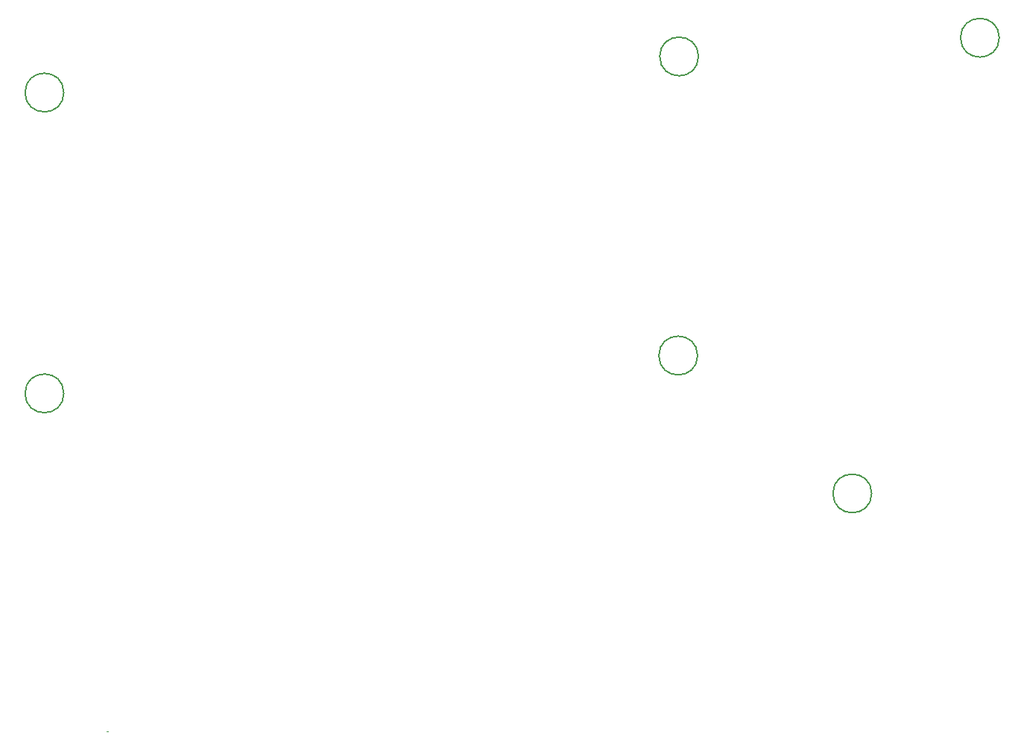
<source format=gbr>
G04 #@! TF.GenerationSoftware,KiCad,Pcbnew,(5.99.0-8557-g8988e46ab1)*
G04 #@! TF.CreationDate,2021-01-24T23:21:34-07:00*
G04 #@! TF.ProjectId,BottomCover,426f7474-6f6d-4436-9f76-65722e6b6963,rev?*
G04 #@! TF.SameCoordinates,PX85099e0PY51bada0*
G04 #@! TF.FileFunction,Other,Comment*
%FSLAX46Y46*%
G04 Gerber Fmt 4.6, Leading zero omitted, Abs format (unit mm)*
G04 Created by KiCad (PCBNEW (5.99.0-8557-g8988e46ab1)) date 2021-01-24 23:21:34*
%MOMM*%
%LPD*%
G01*
G04 APERTURE LIST*
%ADD10C,0.100000*%
%ADD11C,0.150000*%
G04 APERTURE END LIST*
D10*
X-28568573Y-52477449D02*
X-28419453Y-52487449D01*
D11*
X-33427000Y20175000D02*
G75*
G03*
X-33427000Y20175000I-2200000J0D01*
G01*
X72848000Y26400000D02*
G75*
G03*
X72848000Y26400000I-2200000J0D01*
G01*
X38673000Y24275000D02*
G75*
G03*
X38673000Y24275000I-2200000J0D01*
G01*
X38573000Y-9725000D02*
G75*
G03*
X38573000Y-9725000I-2200000J0D01*
G01*
X58348000Y-25400000D02*
G75*
G03*
X58348000Y-25400000I-2200000J0D01*
G01*
X-33427000Y-14025000D02*
G75*
G03*
X-33427000Y-14025000I-2200000J0D01*
G01*
M02*

</source>
